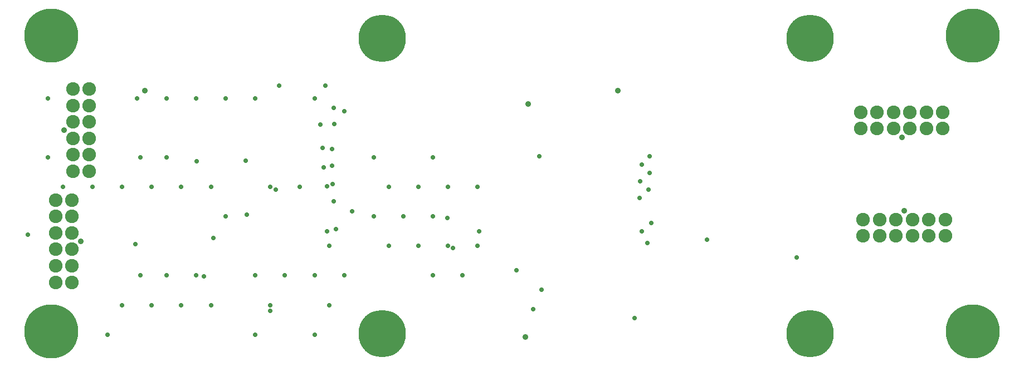
<source format=gbs>
G04*
G04 #@! TF.GenerationSoftware,Altium Limited,Altium Designer,24.0.1 (36)*
G04*
G04 Layer_Color=16711935*
%FSLAX44Y44*%
%MOMM*%
G71*
G04*
G04 #@! TF.SameCoordinates,529E54BD-66BB-4446-AAE8-26BA04382348*
G04*
G04*
G04 #@! TF.FilePolarity,Negative*
G04*
G01*
G75*
%ADD23C,2.0750*%
%ADD24C,0.8750*%
%ADD25C,7.2000*%
%ADD26C,8.2000*%
%ADD27C,0.7000*%
%ADD28C,0.9000*%
D23*
X82550Y418770D02*
D03*
Y393770D02*
D03*
Y368770D02*
D03*
Y343770D02*
D03*
Y318770D02*
D03*
Y293770D02*
D03*
X107550Y418770D02*
D03*
Y393770D02*
D03*
Y368770D02*
D03*
Y343770D02*
D03*
Y318770D02*
D03*
Y293770D02*
D03*
X1283700Y195280D02*
D03*
X1308700D02*
D03*
X1333700D02*
D03*
X1358700D02*
D03*
X1383700D02*
D03*
X1408700D02*
D03*
X1283700Y220280D02*
D03*
X1308700D02*
D03*
X1333700D02*
D03*
X1358700D02*
D03*
X1383700D02*
D03*
X1408700D02*
D03*
X1404890Y383840D02*
D03*
X1379890D02*
D03*
X1354890D02*
D03*
X1329890D02*
D03*
X1304890D02*
D03*
X1279890D02*
D03*
X1404890Y358840D02*
D03*
X1379890D02*
D03*
X1354890D02*
D03*
X1329890D02*
D03*
X1304890D02*
D03*
X1279890D02*
D03*
X56500Y249790D02*
D03*
Y224790D02*
D03*
Y199790D02*
D03*
Y174790D02*
D03*
Y149790D02*
D03*
Y124790D02*
D03*
X81500Y249790D02*
D03*
Y224790D02*
D03*
Y199790D02*
D03*
Y174790D02*
D03*
Y149790D02*
D03*
Y124790D02*
D03*
D24*
X69150Y356270D02*
D03*
X1346200Y233680D02*
D03*
X1342390Y345440D02*
D03*
X94900Y187290D02*
D03*
D25*
X1203060Y46160D02*
D03*
X553060Y496160D02*
D03*
X1203060D02*
D03*
X553060Y46160D02*
D03*
D26*
X50000Y50000D02*
D03*
X1450000Y500000D02*
D03*
Y50000D02*
D03*
X50000Y500000D02*
D03*
D27*
X247500Y270000D02*
D03*
X13970Y196850D02*
D03*
X791210Y316230D02*
D03*
X699770Y201930D02*
D03*
X935990Y69850D02*
D03*
X1046480Y189230D02*
D03*
X185340Y135000D02*
D03*
X177800Y182880D02*
D03*
X185340Y315000D02*
D03*
X202500Y270000D02*
D03*
X225000Y315000D02*
D03*
X270510Y308610D02*
D03*
X292500Y270000D02*
D03*
X315000Y225000D02*
D03*
X382500Y270000D02*
D03*
X391160Y265430D02*
D03*
X427500Y270000D02*
D03*
X540000Y315000D02*
D03*
X466090Y424100D02*
D03*
X396240D02*
D03*
X180000Y405000D02*
D03*
X225000D02*
D03*
X697500Y270000D02*
D03*
Y180000D02*
D03*
X675000Y135000D02*
D03*
X630000Y315000D02*
D03*
X652500Y270000D02*
D03*
X630000Y225000D02*
D03*
X652500Y180000D02*
D03*
X630000Y135000D02*
D03*
X607500Y270000D02*
D03*
X585000Y225000D02*
D03*
X607500Y180000D02*
D03*
X562500Y270000D02*
D03*
X540000Y225000D02*
D03*
X562500Y180000D02*
D03*
X495000Y135000D02*
D03*
X450000Y405000D02*
D03*
X472500Y180000D02*
D03*
X450000Y135000D02*
D03*
X472500Y90000D02*
D03*
X450000Y45000D02*
D03*
X405000Y135000D02*
D03*
X360000Y405000D02*
D03*
Y135000D02*
D03*
X382500Y90000D02*
D03*
X360000Y45000D02*
D03*
X315000Y405000D02*
D03*
X270000D02*
D03*
Y135000D02*
D03*
X292500Y90000D02*
D03*
X225000Y135000D02*
D03*
X247500Y90000D02*
D03*
X202500D02*
D03*
X157500Y270000D02*
D03*
Y90000D02*
D03*
X135000Y45000D02*
D03*
X112500Y270000D02*
D03*
X45000Y405000D02*
D03*
Y315000D02*
D03*
X67500Y270000D02*
D03*
X495300Y384810D02*
D03*
X458470Y364490D02*
D03*
X651510Y222250D02*
D03*
X462280Y328930D02*
D03*
X463550Y299720D02*
D03*
X468630Y270510D02*
D03*
X506730Y232410D02*
D03*
X468630Y201930D02*
D03*
X382270Y81280D02*
D03*
X281940Y133350D02*
D03*
X295910Y191770D02*
D03*
X782320Y83820D02*
D03*
X795020Y113030D02*
D03*
X756920Y143320D02*
D03*
X346710Y227330D02*
D03*
X345440Y309880D02*
D03*
X482600Y205740D02*
D03*
X476250Y302260D02*
D03*
Y327660D02*
D03*
X480060Y365760D02*
D03*
X478790Y247650D02*
D03*
X477520Y274320D02*
D03*
X478790Y389890D02*
D03*
X1182370Y162560D02*
D03*
X955496Y184576D02*
D03*
X958850Y316200D02*
D03*
Y290800D02*
D03*
X943610Y252700D02*
D03*
X947420Y303500D02*
D03*
X660400Y176500D02*
D03*
X947420Y201900D02*
D03*
X944880Y278100D02*
D03*
X961390Y214600D02*
D03*
X957580Y265400D02*
D03*
D28*
X770510Y41020D02*
D03*
X774700Y396240D02*
D03*
X191770Y416560D02*
D03*
X910590D02*
D03*
X1203060Y73660D02*
D03*
X1223060Y66160D02*
D03*
X1230560Y46160D02*
D03*
X1223060Y26160D02*
D03*
X1203060Y18660D02*
D03*
X1183060Y26160D02*
D03*
X1175560Y46160D02*
D03*
X1183060Y66160D02*
D03*
X52070Y79570D02*
D03*
X72070Y72070D02*
D03*
X79570Y52070D02*
D03*
X72070Y32070D02*
D03*
X52070Y24570D02*
D03*
X32070Y32070D02*
D03*
X24570Y52070D02*
D03*
X32070Y72070D02*
D03*
X553060Y523660D02*
D03*
X573060Y516160D02*
D03*
X580560Y496160D02*
D03*
X573060Y476160D02*
D03*
X553060Y468660D02*
D03*
X533060Y476160D02*
D03*
X525560Y496160D02*
D03*
X533060Y516160D02*
D03*
X1203060Y523660D02*
D03*
X1223060Y516160D02*
D03*
X1230560Y496160D02*
D03*
X1223060Y476160D02*
D03*
X1203060Y468660D02*
D03*
X1183060Y476160D02*
D03*
X1175560Y496160D02*
D03*
X1183060Y516160D02*
D03*
X553060Y73660D02*
D03*
X573060Y66160D02*
D03*
X580560Y46160D02*
D03*
X573060Y26160D02*
D03*
X553060Y18660D02*
D03*
X533060Y26160D02*
D03*
X525560Y46160D02*
D03*
X533060Y66160D02*
D03*
X1450000Y527500D02*
D03*
X1470000Y520000D02*
D03*
X1477500Y500000D02*
D03*
X1470000Y480000D02*
D03*
X1450000Y472500D02*
D03*
X1430000Y480000D02*
D03*
X1422500Y500000D02*
D03*
X1430000Y520000D02*
D03*
X1450000Y77500D02*
D03*
X1470000Y70000D02*
D03*
X1477500Y50000D02*
D03*
X1470000Y30000D02*
D03*
X1450000Y22500D02*
D03*
X1430000Y30000D02*
D03*
X1422500Y50000D02*
D03*
X1430000Y70000D02*
D03*
X50000Y527500D02*
D03*
X70000Y520000D02*
D03*
X77500Y500000D02*
D03*
X70000Y480000D02*
D03*
X50000Y472500D02*
D03*
X30000Y480000D02*
D03*
X22500Y500000D02*
D03*
X30000Y520000D02*
D03*
M02*

</source>
